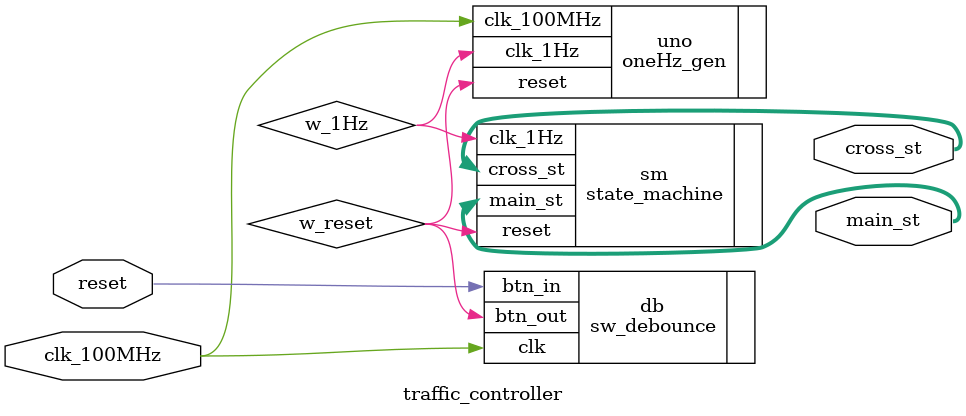
<source format=v>

`timescale 1ns / 1ps

module traffic_controller(
    input reset,            // button
    input clk_100MHz,       
    output [2:0] main_st,   // LEDs
    output [2:0] cross_st   // LEDs
    );
    
    wire w_1Hz, w_reset;
    
    state_machine sm(.reset(w_reset), .clk_1Hz(w_1Hz), 
                     .main_st(main_st), .cross_st(cross_st));
    oneHz_gen uno(.clk_100MHz(clk_100MHz), .reset(w_reset), .clk_1Hz(w_1Hz));
    sw_debounce db(.clk(clk_100MHz), .btn_in(reset), .btn_out(w_reset) );
    
endmodule

</source>
